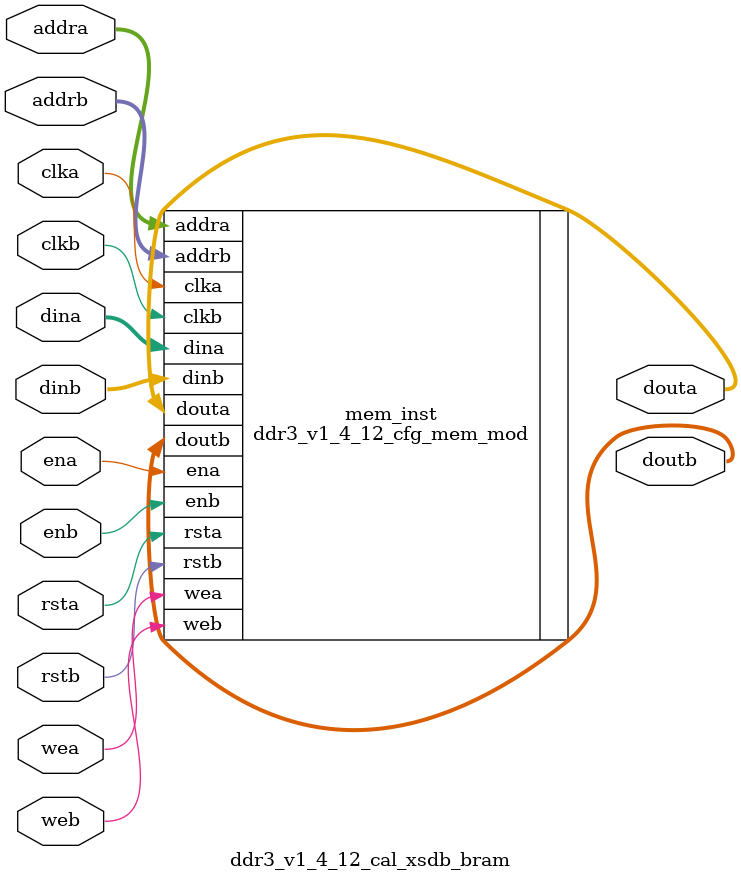
<source format=sv>
/******************************************************************************
// (c) Copyright 2013 - 2014 Xilinx, Inc. All rights reserved.
//
// This file contains confidential and proprietary information
// of Xilinx, Inc. and is protected under U.S. and
// international copyright and other intellectual property
// laws.
//
// DISCLAIMER
// This disclaimer is not a license and does not grant any
// rights to the materials distributed herewith. Except as
// otherwise provided in a valid license issued to you by
// Xilinx, and to the maximum extent permitted by applicable
// law: (1) THESE MATERIALS ARE MADE AVAILABLE "AS IS" AND
// WITH ALL FAULTS, AND XILINX HEREBY DISCLAIMS ALL WARRANTIES
// AND CONDITIONS, EXPRESS, IMPLIED, OR STATUTORY, INCLUDING
// BUT NOT LIMITED TO WARRANTIES OF MERCHANTABILITY, NON-
// INFRINGEMENT, OR FITNESS FOR ANY PARTICULAR PURPOSE; and
// (2) Xilinx shall not be liable (whether in contract or tort,
// including negligence, or under any other theory of
// liability) for any loss or damage of any kind or nature
// related to, arising under or in connection with these
// materials, including for any direct, or any indirect,
// special, incidental, or consequential loss or damage
// (including loss of data, profits, goodwill, or any type of
// loss or damage suffered as a result of any action brought
// by a third party) even if such damage or loss was
// reasonably foreseeable or Xilinx had been advised of the
// possibility of the same.
//
// CRITICAL APPLICATIONS
// Xilinx products are not designed or intended to be fail-
// safe, or for use in any application requiring fail-safe
// performance, such as life-support or safety devices or
// systems, Class III medical devices, nuclear facilities,
// applications related to the deployment of airbags, or any
// other applications that could lead to death, personal
// injury, or severe property or environmental damage
// (individually and collectively, "Critical
// Applications"). Customer assumes the sole risk and
// liability of any use of Xilinx products in Critical
// Applications, subject only to applicable laws and
// regulations governing limitations on product liability.
//
// THIS COPYRIGHT NOTICE AND DISCLAIMER MUST BE RETAINED AS
// PART OF THIS FILE AT ALL TIMES.
******************************************************************************/
//   ____  ____
//  /   /\/   /
// /___/  \  /    Vendor             : Xilinx
// \   \   \/     Version            : 2.0
//  \   \         Application        : MIG
//  /   /         Filename           : ddr3_v1_4_12_cal_xsdb_bram.sv
// /___/   /\     Date Last Modified : $Date: 2015/04/23 $
// \   \  /  \    Date Created       : Tue May 13 2014
//  \___\/\___\
//
// Device           : UltraScale
// Design Name      : DDR4 SDRAM & DDR3 SDRAM
// Purpose          :
//                   ddr3_v1_4_12_cal_xsdb_bram module
// Reference        :
// Revision History :
//*****************************************************************************
`timescale 1ns / 1ps

(* bram_map="yes" *)

module ddr3_v1_4_12_cal_xsdb_bram
    #(	
    
		parameter       	  MEM                        	  =  "DDR4"
		,parameter       	  DBYTES                     	  =  8 //4
		,parameter            START_ADDRESS                   =  18
		,parameter  		  SPREAD_SHEET_VERSION            =  2
		,parameter            RTL_VERSION                     =  0
		,parameter            MEM_CODE                        =  0
		,parameter  		  MEMORY_TYPE                     =  (MEM == "DDR4") ? 2 : 1
		,parameter            MEMORY_CONFIGURATION            =  1
		,parameter            MEMORY_VOLTAGE                  =  1
        ,parameter            CLKFBOUT_MULT_PLL               =  4
        ,parameter            DIVCLK_DIVIDE_PLL               =  1
        ,parameter            CLKOUT0_DIVIDE_PLL              =  1
        ,parameter            CLKFBOUT_MULT_MMCM              =  4
        ,parameter            DIVCLK_DIVIDE_MMCM              =  1
        ,parameter            CLKOUT0_DIVIDE_MMCM             =  4
		,parameter  		  DQBITS	                      =  64
		,parameter			  NIBBLE                          =  DQBITS/4
		,parameter  		  BITS_PER_BYTE                   =  8 //DQBITS/DBYTES
		,parameter  		  SLOTS                   =  1
		,parameter  		  ABITS                           =  10
		,parameter  		  BABITS                          =  2
		,parameter       	  BGBITS              	          =  2
		,parameter       	  CKEBITS                  		  =  4
		,parameter       	  CSBITS             	          =  4
		,parameter       	  ODTBITS                    	  =  4
		,parameter       	  DRAM_WIDTH                 	  =  8      // # of DQ per DQS
		,parameter       	  RANKS                      	  =  4 // 1      //1, 2, 3, or 4
		,parameter            S_HEIGHT                        =  1
		,parameter       	  nCK_PER_CLK                	  =  1      // # of memory CKs per fabric CLK
        ,parameter            tCK                             =  2000		
		,parameter       	  DM_DBI_SETTING             	  =  7     //// 3bits requried all 7
		,parameter            BISC_EN                         =  0
		,parameter       	  USE_CS_PORT             	      =  1     //// 1 bit
		,parameter            EXTRA_CMD_DELAY                 =  0     //// 1 bit
		,parameter            REG_CTRL_ON                     =  0     // RDIMM register control
		,parameter            CA_MIRROR                       =  0     //// 1 bit
		,parameter       	  DQS_GATE                   	  =  7
		,parameter       	  WRLVL                      	  =  7
		,parameter       	  RDLVL                      	  =  7
		,parameter       	  RDLVL_DBI                       =  7
		,parameter       	  WR_DQS_DQ                  	  =  7
		,parameter       	  WR_DQS_DM_DBI                   =  7
		,parameter            WRITE_LAT                       =  7
		,parameter       	  RDLVL_COMPLEX                   =  3     ///2 bits required all 3
		,parameter       	  WR_DQS_COMPLEX                  =  3     ///2 bits required all 3
		,parameter       	  DQS_TRACKING               	  =  3
		,parameter       	  RD_VREF                    	  =  3
		,parameter       	  RD_VREF_PATTERN                 =  3
		,parameter       	  WR_VREF                    	  =  3
		,parameter       	  WR_VREF_PATTERN                 =  3
		,parameter       	  DQS_SAMPLE_CNT             	  =  127
		,parameter       	  WRLVL_SAMPLE_CNT           	  =  255
		,parameter       	  RDLVL_SAMPLE_CNT           	  =  127
		,parameter       	  COMPLEX_LOOP_CNT           	  =  255
		,parameter       	  IODELAY_QTR_CK_TAP_CNT     	  =  255
		,parameter       	  DEBUG_MESSAGES     	          =  0
		,parameter         	  MR0                     		  =  13'b0000000110000
		,parameter         	  MR1                     		  =  13'b0000100000001 //RTT_NOM=RZQ/4 (60 Ohm)
		,parameter         	  MR2                     		  =  13'b0000000011000
		,parameter         	  MR3                     		  =  13'b0000000000000
		,parameter         	  MR4                     		  =  13'b0000000000000
		,parameter         	  MR5                     		  =  13'b0010000000000
		,parameter         	  MR6                     		  =  13'b0100000000000
		,parameter            ODTWR                           = 16'h0000
		,parameter            ODTRD                           = 16'h0000
		,parameter            SLOT0_CONFIG                    = 0     // all 9 bits
		,parameter            SLOT1_CONFIG                    = 0     // all 9 bits
		,parameter            SLOT0_FUNC_CS                   = 0     // all 9 bits
		,parameter            SLOT1_FUNC_CS                   = 0     // all 9 bits
		,parameter            SLOT0_ODD_CS                    = 0     // all 9 bits
		,parameter            SLOT1_ODD_CS                    = 0     // all 9 bits
		,parameter            DDR4_REG_RC03                   = 0     // all 9 bits
		,parameter            DDR4_REG_RC04                   = 0     // all 9 bits
		,parameter            DDR4_REG_RC05                   = 0     // all 9 bits
		,parameter            DDR4_REG_RC3X                   = 0     // all 9 bits
		
		,parameter         	  MR0_0                   		  =  MR0[8:0]
		,parameter         	  MR0_1                   		  =  {5'b0,MR0[12:9]}
		,parameter         	  MR1_0                   		  =  MR1[8:0]
		,parameter         	  MR1_1                   		  =  {5'b0,MR1[12:9]}
		,parameter         	  MR2_0                   	 	  =  MR2[8:0]
		,parameter         	  MR2_1                   		  =  {5'b0,MR2[12:9]}
		,parameter         	  MR3_0                   		  =  MR3[8:0]
		,parameter         	  MR3_1                   		  =  {5'b0,MR3[12:9]}
		,parameter         	  MR4_0                   		  =  MR4[8:0]
		,parameter         	  MR4_1                   		  =  {5'b0,MR4[12:9]}
		,parameter         	  MR5_0                   		  =  MR5[8:0]
		,parameter         	  MR5_1                   		  =  {5'b0,MR5[12:9]}
		,parameter         	  MR6_0                   		  =  MR6[8:0]
		,parameter         	  MR6_1                   		  =  {5'b0,MR6[12:9]}
  
       ,parameter NUM_BRAMS    = 1
	   ,parameter SIZE         = 36 * 1024 * NUM_BRAMS
    // Specify INITs as 9 bit blocks (256 locations per blockRAM)
       ,parameter ADDR_WIDTH   = 16
	   ,parameter DATA_WIDTH   = 9
       ,parameter PIPELINE_REG = 1 
    )
  (
	
		clka,
		clkb,
		ena,
		enb,
		addra,
		addrb,
		dina,
		dinb,
		douta,
		doutb,
		wea,
		web,
		rsta,
		rstb
);
input clka;
input clkb;
input ena;
input enb;
input [ADDR_WIDTH-1:0]addra;
input [ADDR_WIDTH-1:0]addrb;
input [DATA_WIDTH-1:0]dina;
input [DATA_WIDTH-1:0]dinb;
input wea;
input web;
input rsta;
input rstb;
output reg [DATA_WIDTH-1:0]douta;
output reg [DATA_WIDTH-1:0]doutb;


// Initial values to the BlockRam 0
localparam [8:0] mem0_init_0 = {4'b0,START_ADDRESS[4:0]};
localparam [8:0] mem0_init_1 = 9'b0;
localparam [8:0] mem0_init_2 = 9'b0;
localparam [8:0] mem0_init_3 = {5'b0,SPREAD_SHEET_VERSION[3:0]};
localparam [8:0] mem0_init_4 = {6'b0,MEMORY_TYPE[2:0]};
localparam [8:0] mem0_init_5 = RANKS;
localparam [8:0] mem0_init_6 = DBYTES[8:0]; // MAN - repeats DBYTES parameter (may hardwire to BYTES for initial SW compatability)
localparam [8:0] mem0_init_7 = NIBBLE[8:0];
localparam [8:0] mem0_init_8 = BITS_PER_BYTE[8:0];
localparam [8:0] mem0_init_9 = 9'b1;
localparam [8:0] mem0_init_10 = 9'b1;
localparam [8:0] mem0_init_11 = 9'b1;
localparam [8:0] mem0_init_12 = SLOTS;
localparam [8:0] mem0_init_13 = 9'b0;
localparam [8:0] mem0_init_14 = 9'b0;
localparam [8:0] mem0_init_15 = 9'b0;
localparam [8:0] mem0_init_16 = 9'b0;
localparam [8:0] mem0_init_17 = 9'b0;
localparam [8:0] mem0_init_18 = RTL_VERSION[8:0];
localparam [8:0] mem0_init_19 = 9'b0;
localparam [8:0] mem0_init_20 = NUM_BRAMS[8:0];
localparam [8:0] mem0_init_21 = {BGBITS[1:0],BABITS[1:0],ABITS[4:0]};
localparam [8:0] mem0_init_22 = {ODTBITS[2:0],CSBITS[2:0],CKEBITS[2:0]};
localparam [8:0] mem0_init_23 = DBYTES[8:0];
localparam [8:0] mem0_init_24 = DRAM_WIDTH[8:0];
localparam [8:0] mem0_init_25 = {CA_MIRROR[0],REG_CTRL_ON[0],EXTRA_CMD_DELAY[0],USE_CS_PORT[0],BISC_EN[0],DM_DBI_SETTING[2:0],nCK_PER_CLK[0]};
localparam [8:0] mem0_init_26 = {RDLVL[2:0],WRLVL[2:0],DQS_GATE[2:0]};
localparam [8:0] mem0_init_27 = {WR_DQS_DM_DBI[2:0],WR_DQS_DQ[2:0],RDLVL_DBI[2:0]};
localparam [8:0] mem0_init_28 = {WR_DQS_COMPLEX[2:0],RDLVL_COMPLEX[2:0],WRITE_LAT[2:0]};
localparam [8:0] mem0_init_29 = {DEBUG_MESSAGES[0],RD_VREF_PATTERN[1:0],WR_VREF_PATTERN[1:0],RD_VREF[1:0],WR_VREF[1:0]};
localparam [8:0] mem0_init_30 = {7'b0,DQS_TRACKING[1:0]};
localparam [8:0] mem0_init_31 = DQS_SAMPLE_CNT[8:0];
localparam [8:0] mem0_init_32 = WRLVL_SAMPLE_CNT[8:0];
localparam [8:0] mem0_init_33 = RDLVL_SAMPLE_CNT[8:0];
localparam [8:0] mem0_init_34 = COMPLEX_LOOP_CNT[8:0];
localparam [8:0] mem0_init_35 = IODELAY_QTR_CK_TAP_CNT[8:0];
localparam [8:0] mem0_init_36 = {5'b0,S_HEIGHT[3:0]};
localparam [8:0] mem0_init_37 = 9'b0;
localparam [8:0] mem0_init_38 = 9'b0;
localparam [8:0] mem0_init_39 = 9'b0;
localparam [8:0] mem0_init_40 = {1'b0, ODTWR[7:0]};
localparam [8:0] mem0_init_41 = {1'b0, ODTWR[15:8]};
localparam [8:0] mem0_init_42 = {1'b0, ODTRD[7:0]};
localparam [8:0] mem0_init_43 = {1'b0, ODTRD[15:8]};
localparam [8:0] mem0_init_44 = SLOT0_CONFIG;
localparam [8:0] mem0_init_45 = SLOT1_CONFIG;
localparam [8:0] mem0_init_46 = SLOT0_FUNC_CS;
localparam [8:0] mem0_init_47 = SLOT1_FUNC_CS;
localparam [8:0] mem0_init_48 = SLOT0_ODD_CS;
localparam [8:0] mem0_init_49 = SLOT1_ODD_CS;
localparam [8:0] mem0_init_50 = DDR4_REG_RC03;
localparam [8:0] mem0_init_51 = DDR4_REG_RC04;
localparam [8:0] mem0_init_52 = DDR4_REG_RC05;
localparam [8:0] mem0_init_53 = DDR4_REG_RC3X;
localparam [8:0] mem0_init_54 = MR0_0[8:0];
localparam [8:0] mem0_init_55 = MR0_1[8:0];
localparam [8:0] mem0_init_56 = MR1_0[8:0];
localparam [8:0] mem0_init_57 = MR1_1[8:0];
localparam [8:0] mem0_init_58 = MR2_0[8:0];
localparam [8:0] mem0_init_59 = MR2_1[8:0];
localparam [8:0] mem0_init_60 = MR3_0[8:0];
localparam [8:0] mem0_init_61 = MR3_1[8:0];
localparam [8:0] mem0_init_62 = MR4_0[8:0];
localparam [8:0] mem0_init_63 = MR4_1[8:0];
localparam [8:0] mem0_init_64 = MR5_0[8:0];
localparam [8:0] mem0_init_65 = MR5_1[8:0];
localparam [8:0] mem0_init_66 = MR6_0[8:0];
localparam [8:0] mem0_init_67 = MR6_1[8:0];
localparam [8:0] mem0_init_68 = 9'b0;
localparam [8:0] mem0_init_69 = tCK[8:0];
localparam [8:0] mem0_init_70 = tCK[16:9];
localparam [8:0] mem0_init_71 = MEMORY_CONFIGURATION[8:0];
localparam [8:0] mem0_init_72 = MEMORY_VOLTAGE[8:0];
localparam [8:0] mem0_init_73 = CLKFBOUT_MULT_PLL[8:0];
localparam [8:0] mem0_init_74 = DIVCLK_DIVIDE_PLL[8:0];
localparam [8:0] mem0_init_75 = CLKFBOUT_MULT_MMCM[8:0];
localparam [8:0] mem0_init_76 = DIVCLK_DIVIDE_MMCM[8:0];
localparam [8:0] mem0_init_77 = 9'b0;
localparam [8:0] mem0_init_78 = 9'b0;
localparam [8:0] mem0_init_79 = 9'b0;
localparam [8:0] mem0_init_80 = 9'b0;
localparam [8:0] mem0_init_81 = 9'b0;
localparam [8:0] mem0_init_82 = 9'b0;
localparam [8:0] mem0_init_83 = 9'b0;
localparam [8:0] mem0_init_84 = 9'b0;
localparam [8:0] mem0_init_85 = 9'b0;
localparam [8:0] mem0_init_86 = 9'b0;
localparam [8:0] mem0_init_87 = 9'b0;
localparam [8:0] mem0_init_88 = 9'b0;
localparam [8:0] mem0_init_89 = 9'b0;
localparam [8:0] mem0_init_90 = 9'b0;
localparam [8:0] mem0_init_91 = 9'b0;
localparam [8:0] mem0_init_92 = 9'b0;
localparam [8:0] mem0_init_93 = 9'b0;
localparam [8:0] mem0_init_94 = 9'b0;
localparam [8:0] mem0_init_95 = 9'b0;
localparam [8:0] mem0_init_96 = 9'b0;
localparam [8:0] mem0_init_97 = 9'b0;
localparam [8:0] mem0_init_98 = 9'b0;
localparam [8:0] mem0_init_99 = 9'b0;
localparam [8:0] mem0_init_100 = 9'b0;
localparam [8:0] mem0_init_101 = 9'b0;
localparam [8:0] mem0_init_102 = 9'b0;
localparam [8:0] mem0_init_103 = 9'b0;
localparam [8:0] mem0_init_104 = 9'b0;
localparam [8:0] mem0_init_105 = 9'b0;
localparam [8:0] mem0_init_106 = 9'b0;
localparam [8:0] mem0_init_107 = 9'b0;
localparam [8:0] mem0_init_108 = 9'b0;
localparam [8:0] mem0_init_109 = 9'b0;
localparam [8:0] mem0_init_110 = 9'b0;
localparam [8:0] mem0_init_111 = 9'b0;
localparam [8:0] mem0_init_112 = 9'b0;
localparam [8:0] mem0_init_113 = 9'b0;
localparam [8:0] mem0_init_114 = 9'b0;
localparam [8:0] mem0_init_115 = 9'b0;
localparam [8:0] mem0_init_116 = 9'b0;
localparam [8:0] mem0_init_117 = 9'b0;
localparam [8:0] mem0_init_118 = 9'b0;
localparam [8:0] mem0_init_119 = 9'b0;
localparam [8:0] mem0_init_120 = 9'b0;
localparam [8:0] mem0_init_121 = 9'b0;
localparam [8:0] mem0_init_122 = 9'b0;
localparam [8:0] mem0_init_123 = 9'b0;
localparam [8:0] mem0_init_124 = 9'b0;
localparam [8:0] mem0_init_125 = 9'b0;
localparam [8:0] mem0_init_126 = 9'b0;
localparam [8:0] mem0_init_127 = 9'b0;
localparam [8:0] mem0_init_128 = 9'b0;
localparam [8:0] mem0_init_129 = 9'b0;
localparam [8:0] mem0_init_130 = 9'b0;
localparam [8:0] mem0_init_131 = 9'b0;
localparam [8:0] mem0_init_132 = 9'b0;
localparam [8:0] mem0_init_133 = 9'b0;
localparam [8:0] mem0_init_134 = 9'b0;
localparam [8:0] mem0_init_135 = 9'b0;
localparam [8:0] mem0_init_136 = 9'b0;
localparam [8:0] mem0_init_137 = 9'b0;
localparam [8:0] mem0_init_138 = 9'b0;
localparam [8:0] mem0_init_139 = 9'b0;
localparam [8:0] mem0_init_140 = 9'b0;
localparam [8:0] mem0_init_141 = 9'b0;
localparam [8:0] mem0_init_142 = 9'b0;
localparam [8:0] mem0_init_143 = 9'b0;
localparam [8:0] mem0_init_144 = 9'b0;
localparam [8:0] mem0_init_145 = 9'b0;
localparam [8:0] mem0_init_146 = 9'b0;
localparam [8:0] mem0_init_147 = 9'b0;
localparam [8:0] mem0_init_148 = 9'b0;
localparam [8:0] mem0_init_149 = 9'b0;
localparam [8:0] mem0_init_150 = 9'b0;
localparam [8:0] mem0_init_151 = 9'b0;
localparam [8:0] mem0_init_152 = 9'b0;
localparam [8:0] mem0_init_153 = 9'b0;
localparam [8:0] mem0_init_154 = 9'b0;
localparam [8:0] mem0_init_155 = 9'b0;
localparam [8:0] mem0_init_156 = 9'b0;
localparam [8:0] mem0_init_157 = 9'b0;
localparam [8:0] mem0_init_158 = 9'b0;
localparam [8:0] mem0_init_159 = 9'b0;
localparam [8:0] mem0_init_160 = 9'b0;
localparam [8:0] mem0_init_161 = 9'b0;
localparam [8:0] mem0_init_162 = 9'b0;
localparam [8:0] mem0_init_163 = 9'b0;
localparam [8:0] mem0_init_164 = 9'b0;
localparam [8:0] mem0_init_165 = 9'b0;
localparam [8:0] mem0_init_166 = 9'b0;
localparam [8:0] mem0_init_167 = 9'b0;
localparam [8:0] mem0_init_168 = 9'b0;
localparam [8:0] mem0_init_169 = 9'b0;
localparam [8:0] mem0_init_170 = 9'b0;
localparam [8:0] mem0_init_171 = 9'b0;
localparam [8:0] mem0_init_172 = 9'b0;
localparam [8:0] mem0_init_173 = 9'b0;
localparam [8:0] mem0_init_174 = 9'b0;
localparam [8:0] mem0_init_175 = 9'b0;
localparam [8:0] mem0_init_176 = 9'b0;
localparam [8:0] mem0_init_177 = 9'b0;
localparam [8:0] mem0_init_178 = 9'b0;
localparam [8:0] mem0_init_179 = 9'b0;
localparam [8:0] mem0_init_180 = 9'b0;
localparam [8:0] mem0_init_181 = 9'b0;
localparam [8:0] mem0_init_182 = 9'b0;
localparam [8:0] mem0_init_183 = 9'b0;
localparam [8:0] mem0_init_184 = 9'b0;
localparam [8:0] mem0_init_185 = 9'b0;
localparam [8:0] mem0_init_186 = 9'b0;
localparam [8:0] mem0_init_187 = 9'b0;
localparam [8:0] mem0_init_188 = 9'b0;
localparam [8:0] mem0_init_189 = 9'b0;
localparam [8:0] mem0_init_190 = 9'b0;
localparam [8:0] mem0_init_191 = 9'b0;
localparam [8:0] mem0_init_192 = 9'b0;
localparam [8:0] mem0_init_193 = 9'b0;
localparam [8:0] mem0_init_194 = 9'b0;
localparam [8:0] mem0_init_195 = 9'b0;
localparam [8:0] mem0_init_196 = 9'b0;
localparam [8:0] mem0_init_197 = 9'b0;
localparam [8:0] mem0_init_198 = 9'b0;
localparam [8:0] mem0_init_199 = 9'b0;
localparam [8:0] mem0_init_200 = 9'b0;
localparam [8:0] mem0_init_201 = 9'b0;
localparam [8:0] mem0_init_202 = 9'b0;
localparam [8:0] mem0_init_203 = 9'b0;
localparam [8:0] mem0_init_204 = 9'b0;
localparam [8:0] mem0_init_205 = 9'b0;
localparam [8:0] mem0_init_206 = 9'b0;
localparam [8:0] mem0_init_207 = 9'b0;
localparam [8:0] mem0_init_208 = 9'b0;
localparam [8:0] mem0_init_209 = 9'b0;
localparam [8:0] mem0_init_210 = 9'b0;
localparam [8:0] mem0_init_211 = 9'b0;
localparam [8:0] mem0_init_212 = 9'b0;
localparam [8:0] mem0_init_213 = 9'b0;
localparam [8:0] mem0_init_214 = 9'b0;
localparam [8:0] mem0_init_215 = 9'b0;
localparam [8:0] mem0_init_216 = 9'b0;
localparam [8:0] mem0_init_217 = 9'b0;
localparam [8:0] mem0_init_218 = 9'b0;
localparam [8:0] mem0_init_219 = 9'b0;
localparam [8:0] mem0_init_220 = 9'b0;
localparam [8:0] mem0_init_221 = 9'b0;
localparam [8:0] mem0_init_222 = 9'b0;
localparam [8:0] mem0_init_223 = 9'b0;
localparam [8:0] mem0_init_224 = 9'b0;
localparam [8:0] mem0_init_225 = 9'b0;
localparam [8:0] mem0_init_226 = 9'b0;
localparam [8:0] mem0_init_227 = 9'b0;
localparam [8:0] mem0_init_228 = 9'b0;
localparam [8:0] mem0_init_229 = 9'b0;
localparam [8:0] mem0_init_230 = 9'b0;
localparam [8:0] mem0_init_231 = 9'b0;
localparam [8:0] mem0_init_232 = 9'b0;
localparam [8:0] mem0_init_233 = 9'b0;
localparam [8:0] mem0_init_234 = 9'b0;
localparam [8:0] mem0_init_235 = 9'b0;
localparam [8:0] mem0_init_236 = 9'b0;
localparam [8:0] mem0_init_237 = 9'b0;
localparam [8:0] mem0_init_238 = 9'b0;
localparam [8:0] mem0_init_239 = 9'b0;
localparam [8:0] mem0_init_240 = 9'b0;
localparam [8:0] mem0_init_241 = 9'b0;
localparam [8:0] mem0_init_242 = 9'b0;
localparam [8:0] mem0_init_243 = 9'b0;
localparam [8:0] mem0_init_244 = 9'b0;
localparam [8:0] mem0_init_245 = 9'b0;
localparam [8:0] mem0_init_246 = 9'b0;
localparam [8:0] mem0_init_247 = 9'b0;
localparam [8:0] mem0_init_248 = 9'b0;
localparam [8:0] mem0_init_249 = 9'b0;
localparam [8:0] mem0_init_250 = 9'b0;
localparam [8:0] mem0_init_251 = 9'b0;
localparam [8:0] mem0_init_252 = 9'b0;
localparam [8:0] mem0_init_253 = 9'b0;
localparam [8:0] mem0_init_254 = 9'b0;
localparam [8:0] mem0_init_255 = 9'b0;

localparam [256*9-1:0] INIT_BRAM0 = {mem0_init_255,mem0_init_254,mem0_init_253,mem0_init_252,mem0_init_251,mem0_init_250,mem0_init_249,mem0_init_248,mem0_init_247,mem0_init_246,mem0_init_245,mem0_init_244,mem0_init_243,mem0_init_242,mem0_init_241,mem0_init_240,mem0_init_239,mem0_init_238,mem0_init_237,mem0_init_236,mem0_init_235,mem0_init_234,mem0_init_233,mem0_init_232,mem0_init_231,mem0_init_230,mem0_init_229,mem0_init_228,mem0_init_227,mem0_init_226,mem0_init_225,mem0_init_224,mem0_init_223,mem0_init_222,mem0_init_221,mem0_init_220,mem0_init_219,mem0_init_218,mem0_init_217,mem0_init_216,mem0_init_215,mem0_init_214,mem0_init_213,mem0_init_212,mem0_init_211,mem0_init_210,mem0_init_209,mem0_init_208,mem0_init_207,mem0_init_206,mem0_init_205,mem0_init_204,mem0_init_203,mem0_init_202,mem0_init_201,mem0_init_200,mem0_init_199,mem0_init_198,mem0_init_197,mem0_init_196,mem0_init_195,mem0_init_194,mem0_init_193,mem0_init_192,mem0_init_191,mem0_init_190,mem0_init_189,mem0_init_188,mem0_init_187,mem0_init_186,mem0_init_185,mem0_init_184,mem0_init_183,mem0_init_182,mem0_init_181,mem0_init_180,mem0_init_179,mem0_init_178,mem0_init_177,mem0_init_176,mem0_init_175,mem0_init_174,mem0_init_173,mem0_init_172,mem0_init_171,mem0_init_170,mem0_init_169,mem0_init_168,mem0_init_167,mem0_init_166,mem0_init_165,mem0_init_164,mem0_init_163,mem0_init_162,mem0_init_161,mem0_init_160,mem0_init_159,mem0_init_158,mem0_init_157,mem0_init_156,mem0_init_155,mem0_init_154,mem0_init_153,mem0_init_152,mem0_init_151,mem0_init_150,mem0_init_149,mem0_init_148,mem0_init_147,mem0_init_146,mem0_init_145,mem0_init_144,mem0_init_143,mem0_init_142,mem0_init_141,mem0_init_140,mem0_init_139,mem0_init_138,mem0_init_137,mem0_init_136,mem0_init_135,mem0_init_134,mem0_init_133,mem0_init_132,mem0_init_131,mem0_init_130,mem0_init_129,mem0_init_128,mem0_init_127,mem0_init_126,mem0_init_125,mem0_init_124,mem0_init_123,mem0_init_122,mem0_init_121,mem0_init_120,mem0_init_119,mem0_init_118,mem0_init_117,mem0_init_116,mem0_init_115,mem0_init_114,mem0_init_113,mem0_init_112,mem0_init_111,mem0_init_110,mem0_init_109,mem0_init_108,mem0_init_107,mem0_init_106,mem0_init_105,mem0_init_104,mem0_init_103,mem0_init_102,mem0_init_101,mem0_init_100,mem0_init_99,mem0_init_98,mem0_init_97,mem0_init_96,mem0_init_95,mem0_init_94,mem0_init_93,mem0_init_92,mem0_init_91,mem0_init_90,mem0_init_89,mem0_init_88,mem0_init_87,mem0_init_86,mem0_init_85,mem0_init_84,mem0_init_83,mem0_init_82,mem0_init_81,mem0_init_80,mem0_init_79,mem0_init_78,mem0_init_77,mem0_init_76,mem0_init_75,mem0_init_74,mem0_init_73,mem0_init_72,mem0_init_71,mem0_init_70,mem0_init_69,mem0_init_68,mem0_init_67,mem0_init_66,mem0_init_65,mem0_init_64,mem0_init_63,mem0_init_62,mem0_init_61,mem0_init_60,mem0_init_59,mem0_init_58,mem0_init_57,mem0_init_56,mem0_init_55,mem0_init_54,mem0_init_53,mem0_init_52,mem0_init_51,mem0_init_50,mem0_init_49,mem0_init_48,mem0_init_47,mem0_init_46,mem0_init_45,mem0_init_44,mem0_init_43,mem0_init_42,mem0_init_41,mem0_init_40,mem0_init_39,mem0_init_38,mem0_init_37,mem0_init_36,mem0_init_35,mem0_init_34,mem0_init_33,mem0_init_32,mem0_init_31,mem0_init_30,mem0_init_29,mem0_init_28,mem0_init_27,mem0_init_26,mem0_init_25,mem0_init_24,mem0_init_23,mem0_init_22,mem0_init_21,mem0_init_20,mem0_init_19,mem0_init_18,mem0_init_17,mem0_init_16,mem0_init_15,mem0_init_14,mem0_init_13,mem0_init_12,mem0_init_11,mem0_init_10,mem0_init_9,mem0_init_8,mem0_init_7,mem0_init_6,mem0_init_5,mem0_init_4,mem0_init_3,mem0_init_2,mem0_init_1,mem0_init_0};

// Populate INIT's for rest of BlockRAMs if required
localparam [256*9*NUM_BRAMS-1:0] INIT = ( NUM_BRAMS == 1 ) ? INIT_BRAM0 : ( NUM_BRAMS == 2 ) ? {2304'b0 ,INIT_BRAM0} : {{2{2304'b0}} ,INIT_BRAM0};

ddr3_v1_4_12_cfg_mem_mod # (
               .SIZE(SIZE),
               .INIT(INIT),
               .ADDR_WIDTH(ADDR_WIDTH),
               .DATA_WIDTH(9),
               .PIPELINE_REG(PIPELINE_REG)
              )
     mem_inst (
                .clka(clka),
                .clkb(clkb),
                .ena(ena),
                .enb(enb),
                .addra(addra),
                .addrb(addrb),
                .dina(dina),
                .dinb(dinb),
                .wea(wea),
                .web(web),
                .rsta(rsta),
                .rstb(rstb),
                .douta(douta),
                .doutb(doutb)
               );

endmodule


</source>
